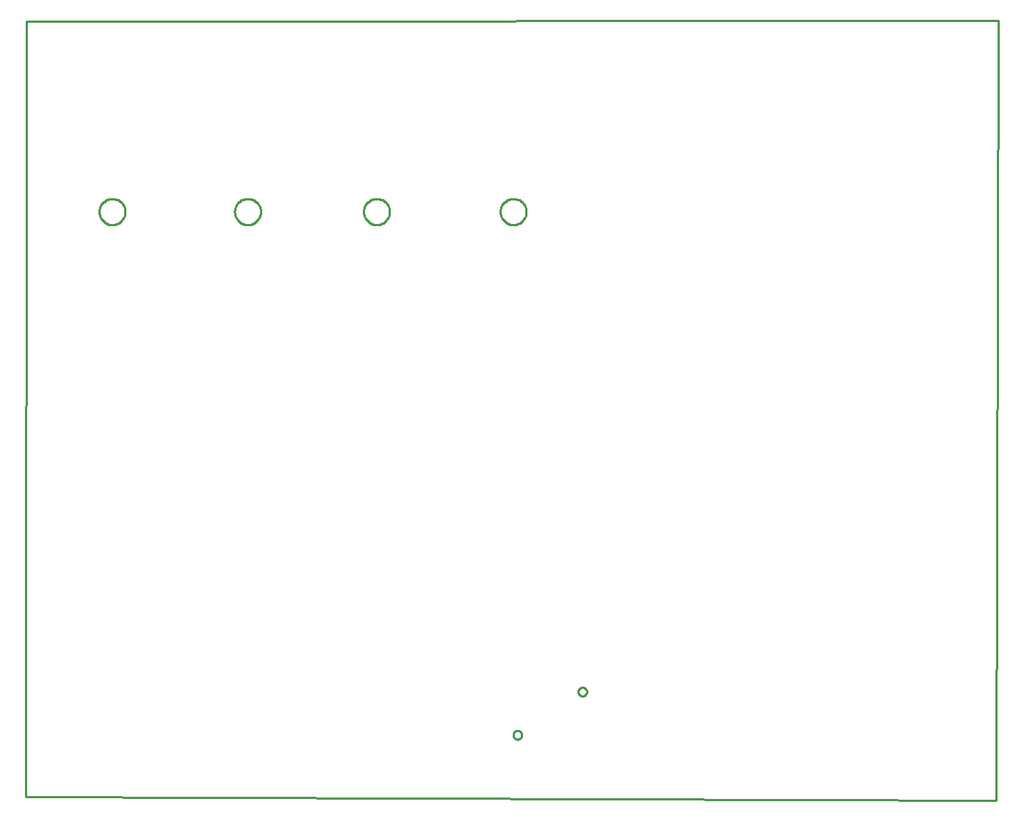
<source format=gbr>
G04 EAGLE Gerber RS-274X export*
G75*
%MOMM*%
%FSLAX34Y34*%
%LPD*%
%IN*%
%IPPOS*%
%AMOC8*
5,1,8,0,0,1.08239X$1,22.5*%
G01*
%ADD10C,0.254000*%


D10*
X1270Y-1270D02*
X1120140Y-5080D01*
X1122680Y894080D01*
X2540Y892810D01*
X1270Y-1270D01*
X562914Y658540D02*
X561846Y658616D01*
X560785Y658769D01*
X559738Y658997D01*
X558710Y659299D01*
X557706Y659673D01*
X556731Y660118D01*
X555791Y660632D01*
X554890Y661211D01*
X554032Y661853D01*
X553222Y662555D01*
X552465Y663312D01*
X551763Y664122D01*
X551121Y664980D01*
X550542Y665881D01*
X550028Y666821D01*
X549583Y667796D01*
X549209Y668800D01*
X548907Y669828D01*
X548679Y670875D01*
X548526Y671936D01*
X548450Y673004D01*
X548450Y674076D01*
X548526Y675144D01*
X548679Y676205D01*
X548907Y677252D01*
X549209Y678280D01*
X549583Y679284D01*
X550028Y680259D01*
X550542Y681199D01*
X551121Y682100D01*
X551763Y682958D01*
X552465Y683768D01*
X553222Y684525D01*
X554032Y685227D01*
X554890Y685869D01*
X555791Y686448D01*
X556731Y686962D01*
X557706Y687407D01*
X558710Y687781D01*
X559738Y688083D01*
X560785Y688311D01*
X561846Y688464D01*
X562914Y688540D01*
X563986Y688540D01*
X565054Y688464D01*
X566115Y688311D01*
X567162Y688083D01*
X568190Y687781D01*
X569194Y687407D01*
X570169Y686962D01*
X571109Y686448D01*
X572010Y685869D01*
X572868Y685227D01*
X573678Y684525D01*
X574435Y683768D01*
X575137Y682958D01*
X575779Y682100D01*
X576358Y681199D01*
X576872Y680259D01*
X577317Y679284D01*
X577691Y678280D01*
X577993Y677252D01*
X578221Y676205D01*
X578374Y675144D01*
X578450Y674076D01*
X578450Y673004D01*
X578374Y671936D01*
X578221Y670875D01*
X577993Y669828D01*
X577691Y668800D01*
X577317Y667796D01*
X576872Y666821D01*
X576358Y665881D01*
X575779Y664980D01*
X575137Y664122D01*
X574435Y663312D01*
X573678Y662555D01*
X572868Y661853D01*
X572010Y661211D01*
X571109Y660632D01*
X570169Y660118D01*
X569194Y659673D01*
X568190Y659299D01*
X567162Y658997D01*
X566115Y658769D01*
X565054Y658616D01*
X563986Y658540D01*
X562914Y658540D01*
X100634Y658540D02*
X99566Y658616D01*
X98505Y658769D01*
X97458Y658997D01*
X96430Y659299D01*
X95426Y659673D01*
X94451Y660118D01*
X93511Y660632D01*
X92610Y661211D01*
X91752Y661853D01*
X90942Y662555D01*
X90185Y663312D01*
X89483Y664122D01*
X88841Y664980D01*
X88262Y665881D01*
X87748Y666821D01*
X87303Y667796D01*
X86929Y668800D01*
X86627Y669828D01*
X86399Y670875D01*
X86246Y671936D01*
X86170Y673004D01*
X86170Y674076D01*
X86246Y675144D01*
X86399Y676205D01*
X86627Y677252D01*
X86929Y678280D01*
X87303Y679284D01*
X87748Y680259D01*
X88262Y681199D01*
X88841Y682100D01*
X89483Y682958D01*
X90185Y683768D01*
X90942Y684525D01*
X91752Y685227D01*
X92610Y685869D01*
X93511Y686448D01*
X94451Y686962D01*
X95426Y687407D01*
X96430Y687781D01*
X97458Y688083D01*
X98505Y688311D01*
X99566Y688464D01*
X100634Y688540D01*
X101706Y688540D01*
X102774Y688464D01*
X103835Y688311D01*
X104882Y688083D01*
X105910Y687781D01*
X106914Y687407D01*
X107889Y686962D01*
X108829Y686448D01*
X109730Y685869D01*
X110588Y685227D01*
X111398Y684525D01*
X112155Y683768D01*
X112857Y682958D01*
X113499Y682100D01*
X114078Y681199D01*
X114592Y680259D01*
X115037Y679284D01*
X115411Y678280D01*
X115713Y677252D01*
X115941Y676205D01*
X116094Y675144D01*
X116170Y674076D01*
X116170Y673004D01*
X116094Y671936D01*
X115941Y670875D01*
X115713Y669828D01*
X115411Y668800D01*
X115037Y667796D01*
X114592Y666821D01*
X114078Y665881D01*
X113499Y664980D01*
X112857Y664122D01*
X112155Y663312D01*
X111398Y662555D01*
X110588Y661853D01*
X109730Y661211D01*
X108829Y660632D01*
X107889Y660118D01*
X106914Y659673D01*
X105910Y659299D01*
X104882Y658997D01*
X103835Y658769D01*
X102774Y658616D01*
X101706Y658540D01*
X100634Y658540D01*
X405434Y658540D02*
X404366Y658616D01*
X403305Y658769D01*
X402258Y658997D01*
X401230Y659299D01*
X400226Y659673D01*
X399251Y660118D01*
X398311Y660632D01*
X397410Y661211D01*
X396552Y661853D01*
X395742Y662555D01*
X394985Y663312D01*
X394283Y664122D01*
X393641Y664980D01*
X393062Y665881D01*
X392548Y666821D01*
X392103Y667796D01*
X391729Y668800D01*
X391427Y669828D01*
X391199Y670875D01*
X391046Y671936D01*
X390970Y673004D01*
X390970Y674076D01*
X391046Y675144D01*
X391199Y676205D01*
X391427Y677252D01*
X391729Y678280D01*
X392103Y679284D01*
X392548Y680259D01*
X393062Y681199D01*
X393641Y682100D01*
X394283Y682958D01*
X394985Y683768D01*
X395742Y684525D01*
X396552Y685227D01*
X397410Y685869D01*
X398311Y686448D01*
X399251Y686962D01*
X400226Y687407D01*
X401230Y687781D01*
X402258Y688083D01*
X403305Y688311D01*
X404366Y688464D01*
X405434Y688540D01*
X406506Y688540D01*
X407574Y688464D01*
X408635Y688311D01*
X409682Y688083D01*
X410710Y687781D01*
X411714Y687407D01*
X412689Y686962D01*
X413629Y686448D01*
X414530Y685869D01*
X415388Y685227D01*
X416198Y684525D01*
X416955Y683768D01*
X417657Y682958D01*
X418299Y682100D01*
X418878Y681199D01*
X419392Y680259D01*
X419837Y679284D01*
X420211Y678280D01*
X420513Y677252D01*
X420741Y676205D01*
X420894Y675144D01*
X420970Y674076D01*
X420970Y673004D01*
X420894Y671936D01*
X420741Y670875D01*
X420513Y669828D01*
X420211Y668800D01*
X419837Y667796D01*
X419392Y666821D01*
X418878Y665881D01*
X418299Y664980D01*
X417657Y664122D01*
X416955Y663312D01*
X416198Y662555D01*
X415388Y661853D01*
X414530Y661211D01*
X413629Y660632D01*
X412689Y660118D01*
X411714Y659673D01*
X410710Y659299D01*
X409682Y658997D01*
X408635Y658769D01*
X407574Y658616D01*
X406506Y658540D01*
X405434Y658540D01*
X256844Y658540D02*
X255776Y658616D01*
X254715Y658769D01*
X253668Y658997D01*
X252640Y659299D01*
X251636Y659673D01*
X250661Y660118D01*
X249721Y660632D01*
X248820Y661211D01*
X247962Y661853D01*
X247152Y662555D01*
X246395Y663312D01*
X245693Y664122D01*
X245051Y664980D01*
X244472Y665881D01*
X243958Y666821D01*
X243513Y667796D01*
X243139Y668800D01*
X242837Y669828D01*
X242609Y670875D01*
X242456Y671936D01*
X242380Y673004D01*
X242380Y674076D01*
X242456Y675144D01*
X242609Y676205D01*
X242837Y677252D01*
X243139Y678280D01*
X243513Y679284D01*
X243958Y680259D01*
X244472Y681199D01*
X245051Y682100D01*
X245693Y682958D01*
X246395Y683768D01*
X247152Y684525D01*
X247962Y685227D01*
X248820Y685869D01*
X249721Y686448D01*
X250661Y686962D01*
X251636Y687407D01*
X252640Y687781D01*
X253668Y688083D01*
X254715Y688311D01*
X255776Y688464D01*
X256844Y688540D01*
X257916Y688540D01*
X258984Y688464D01*
X260045Y688311D01*
X261092Y688083D01*
X262120Y687781D01*
X263124Y687407D01*
X264099Y686962D01*
X265039Y686448D01*
X265940Y685869D01*
X266798Y685227D01*
X267608Y684525D01*
X268365Y683768D01*
X269067Y682958D01*
X269709Y682100D01*
X270288Y681199D01*
X270802Y680259D01*
X271247Y679284D01*
X271621Y678280D01*
X271923Y677252D01*
X272151Y676205D01*
X272304Y675144D01*
X272380Y674076D01*
X272380Y673004D01*
X272304Y671936D01*
X272151Y670875D01*
X271923Y669828D01*
X271621Y668800D01*
X271247Y667796D01*
X270802Y666821D01*
X270288Y665881D01*
X269709Y664980D01*
X269067Y664122D01*
X268365Y663312D01*
X267608Y662555D01*
X266798Y661853D01*
X265940Y661211D01*
X265039Y660632D01*
X264099Y660118D01*
X263124Y659673D01*
X262120Y659299D01*
X261092Y658997D01*
X260045Y658769D01*
X258984Y658616D01*
X257916Y658540D01*
X256844Y658540D01*
X573325Y70077D02*
X573262Y69519D01*
X573137Y68972D01*
X572952Y68442D01*
X572708Y67936D01*
X572409Y67460D01*
X572059Y67021D01*
X571662Y66624D01*
X571223Y66274D01*
X570747Y65975D01*
X570241Y65731D01*
X569711Y65546D01*
X569164Y65421D01*
X568606Y65358D01*
X568044Y65358D01*
X567486Y65421D01*
X566939Y65546D01*
X566409Y65731D01*
X565903Y65975D01*
X565427Y66274D01*
X564988Y66624D01*
X564591Y67021D01*
X564241Y67460D01*
X563942Y67936D01*
X563698Y68442D01*
X563513Y68972D01*
X563388Y69519D01*
X563325Y70077D01*
X563325Y70639D01*
X563388Y71197D01*
X563513Y71744D01*
X563698Y72274D01*
X563942Y72780D01*
X564241Y73256D01*
X564591Y73695D01*
X564988Y74092D01*
X565427Y74442D01*
X565903Y74741D01*
X566409Y74985D01*
X566939Y75170D01*
X567486Y75295D01*
X568044Y75358D01*
X568606Y75358D01*
X569164Y75295D01*
X569711Y75170D01*
X570241Y74985D01*
X570747Y74741D01*
X571223Y74442D01*
X571662Y74092D01*
X572059Y73695D01*
X572409Y73256D01*
X572708Y72780D01*
X572952Y72274D01*
X573137Y71744D01*
X573262Y71197D01*
X573325Y70639D01*
X573325Y70077D01*
X648255Y119861D02*
X648192Y119303D01*
X648067Y118756D01*
X647882Y118226D01*
X647638Y117720D01*
X647339Y117244D01*
X646989Y116805D01*
X646592Y116408D01*
X646153Y116058D01*
X645677Y115759D01*
X645171Y115515D01*
X644641Y115330D01*
X644094Y115205D01*
X643536Y115142D01*
X642974Y115142D01*
X642416Y115205D01*
X641869Y115330D01*
X641339Y115515D01*
X640833Y115759D01*
X640357Y116058D01*
X639918Y116408D01*
X639521Y116805D01*
X639171Y117244D01*
X638872Y117720D01*
X638628Y118226D01*
X638443Y118756D01*
X638318Y119303D01*
X638255Y119861D01*
X638255Y120423D01*
X638318Y120981D01*
X638443Y121528D01*
X638628Y122058D01*
X638872Y122564D01*
X639171Y123040D01*
X639521Y123479D01*
X639918Y123876D01*
X640357Y124226D01*
X640833Y124525D01*
X641339Y124769D01*
X641869Y124954D01*
X642416Y125079D01*
X642974Y125142D01*
X643536Y125142D01*
X644094Y125079D01*
X644641Y124954D01*
X645171Y124769D01*
X645677Y124525D01*
X646153Y124226D01*
X646592Y123876D01*
X646989Y123479D01*
X647339Y123040D01*
X647638Y122564D01*
X647882Y122058D01*
X648067Y121528D01*
X648192Y120981D01*
X648255Y120423D01*
X648255Y119861D01*
M02*

</source>
